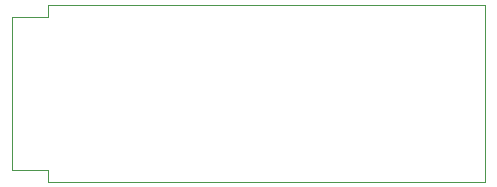
<source format=gbr>
G04 #@! TF.FileFunction,Profile,NP*
%FSLAX46Y46*%
G04 Gerber Fmt 4.6, Leading zero omitted, Abs format (unit mm)*
G04 Created by KiCad (PCBNEW 4.0.2+dfsg1-stable) date Wed 09 May 2018 09:33:26 CST*
%MOMM*%
G01*
G04 APERTURE LIST*
%ADD10C,0.100000*%
G04 APERTURE END LIST*
D10*
X103000000Y-114000000D02*
X103000000Y-115000000D01*
X100000000Y-114000000D02*
X103000000Y-114000000D01*
X103000000Y-100000000D02*
X140000000Y-100000000D01*
X103000000Y-101000000D02*
X103000000Y-100000000D01*
X100000000Y-101000000D02*
X103000000Y-101000000D01*
X140000000Y-100000000D02*
X140000000Y-115000000D01*
X103000000Y-115000000D02*
X140000000Y-115000000D01*
X100000000Y-101000000D02*
X100000000Y-114000000D01*
M02*

</source>
